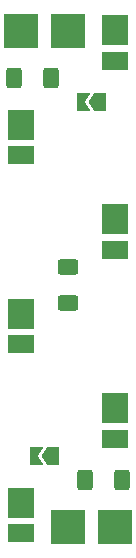
<source format=gbr>
%TF.GenerationSoftware,KiCad,Pcbnew,6.0.7*%
%TF.CreationDate,2022-11-08T21:44:20-05:00*%
%TF.ProjectId,led-mc-50x16,6c65642d-6d63-42d3-9530-7831362e6b69,rev?*%
%TF.SameCoordinates,Original*%
%TF.FileFunction,Soldermask,Top*%
%TF.FilePolarity,Negative*%
%FSLAX46Y46*%
G04 Gerber Fmt 4.6, Leading zero omitted, Abs format (unit mm)*
G04 Created by KiCad (PCBNEW 6.0.7) date 2022-11-08 21:44:20*
%MOMM*%
%LPD*%
G01*
G04 APERTURE LIST*
G04 Aperture macros list*
%AMRoundRect*
0 Rectangle with rounded corners*
0 $1 Rounding radius*
0 $2 $3 $4 $5 $6 $7 $8 $9 X,Y pos of 4 corners*
0 Add a 4 corners polygon primitive as box body*
4,1,4,$2,$3,$4,$5,$6,$7,$8,$9,$2,$3,0*
0 Add four circle primitives for the rounded corners*
1,1,$1+$1,$2,$3*
1,1,$1+$1,$4,$5*
1,1,$1+$1,$6,$7*
1,1,$1+$1,$8,$9*
0 Add four rect primitives between the rounded corners*
20,1,$1+$1,$2,$3,$4,$5,0*
20,1,$1+$1,$4,$5,$6,$7,0*
20,1,$1+$1,$6,$7,$8,$9,0*
20,1,$1+$1,$8,$9,$2,$3,0*%
%AMFreePoly0*
4,1,6,1.000000,0.000000,0.500000,-0.750000,-0.500000,-0.750000,-0.500000,0.750000,0.500000,0.750000,1.000000,0.000000,1.000000,0.000000,$1*%
%AMFreePoly1*
4,1,6,0.500000,-0.750000,-0.650000,-0.750000,-0.150000,0.000000,-0.650000,0.750000,0.500000,0.750000,0.500000,-0.750000,0.500000,-0.750000,$1*%
G04 Aperture macros list end*
%ADD10FreePoly0,180.000000*%
%ADD11FreePoly1,180.000000*%
%ADD12R,2.200000X2.500000*%
%ADD13R,2.200000X1.550000*%
%ADD14R,3.000000X3.000000*%
%ADD15RoundRect,0.250000X-0.400000X-0.625000X0.400000X-0.625000X0.400000X0.625000X-0.400000X0.625000X0*%
%ADD16RoundRect,0.250000X0.625000X-0.400000X0.625000X0.400000X-0.625000X0.400000X-0.625000X-0.400000X0*%
G04 APERTURE END LIST*
D10*
%TO.C,JP2*%
X80725000Y-80000000D03*
D11*
X79275000Y-80000000D03*
%TD*%
D12*
%TO.C,D4*%
X82000000Y-105950000D03*
D13*
X82000000Y-108525000D03*
%TD*%
D14*
%TO.C,J4*%
X78000000Y-74000000D03*
%TD*%
D12*
%TO.C,D2*%
X74000000Y-97950000D03*
D13*
X74000000Y-100525000D03*
%TD*%
D10*
%TO.C,JP1*%
X76725000Y-110000000D03*
D11*
X75275000Y-110000000D03*
%TD*%
D12*
%TO.C,D1*%
X74000000Y-113950000D03*
D13*
X74000000Y-116525000D03*
%TD*%
D15*
%TO.C,R2*%
X79450000Y-112000000D03*
X82550000Y-112000000D03*
%TD*%
%TO.C,R1*%
X73450000Y-78000000D03*
X76550000Y-78000000D03*
%TD*%
D12*
%TO.C,D6*%
X82000000Y-73950000D03*
D13*
X82000000Y-76525000D03*
%TD*%
D12*
%TO.C,D5*%
X82000000Y-89950000D03*
D13*
X82000000Y-92525000D03*
%TD*%
D14*
%TO.C,J1*%
X78000000Y-116000000D03*
%TD*%
%TO.C,J2*%
X74000000Y-74000000D03*
%TD*%
%TO.C,J3*%
X82000000Y-116000000D03*
%TD*%
D12*
%TO.C,D3*%
X74000000Y-81950000D03*
D13*
X74000000Y-84525000D03*
%TD*%
D16*
%TO.C,R3*%
X78000000Y-97050000D03*
X78000000Y-93950000D03*
%TD*%
M02*

</source>
